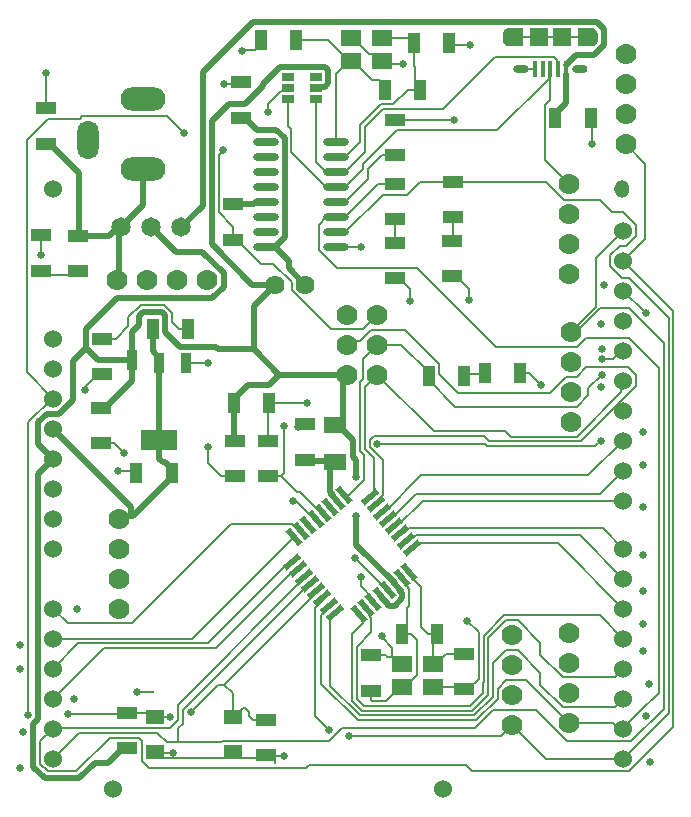
<source format=gtl>
G04*
G04 #@! TF.GenerationSoftware,Altium Limited,Altium Designer,24.2.2 (26)*
G04*
G04 Layer_Physical_Order=1*
G04 Layer_Color=255*
%FSLAX44Y44*%
%MOMM*%
G71*
G04*
G04 #@! TF.SameCoordinates,124A1895-3AD2-4E28-9B74-7A6451F43074*
G04*
G04*
G04 #@! TF.FilePolarity,Positive*
G04*
G01*
G75*
%ADD10C,0.1524*%
%ADD12C,0.5080*%
%ADD23R,1.8034X1.1176*%
%ADD24R,1.5000X1.2000*%
%ADD25R,1.8542X1.3716*%
%ADD26R,3.0988X1.7000*%
%ADD27R,0.8382X1.7000*%
%ADD28R,1.1176X1.8034*%
%ADD29R,1.8000X1.4000*%
G04:AMPARAMS|DCode=30|XSize=0.508mm|YSize=1.65mm|CornerRadius=0mm|HoleSize=0mm|Usage=FLASHONLY|Rotation=40.000|XOffset=0mm|YOffset=0mm|HoleType=Round|Shape=Rectangle|*
%AMROTATEDRECTD30*
4,1,4,0.3357,-0.7953,-0.7249,0.4687,-0.3357,0.7953,0.7249,-0.4687,0.3357,-0.7953,0.0*
%
%ADD30ROTATEDRECTD30*%

G04:AMPARAMS|DCode=31|XSize=0.508mm|YSize=1.65mm|CornerRadius=0mm|HoleSize=0mm|Usage=FLASHONLY|Rotation=310.000|XOffset=0mm|YOffset=0mm|HoleType=Round|Shape=Rectangle|*
%AMROTATEDRECTD31*
4,1,4,-0.7953,-0.3357,0.4687,0.7249,0.7953,0.3357,-0.4687,-0.7249,-0.7953,-0.3357,0.0*
%
%ADD31ROTATEDRECTD31*%

%ADD32O,2.2000X0.6096*%
%ADD33R,1.5000X1.5500*%
%ADD34R,0.4000X1.3500*%
%ADD35R,1.0000X0.7000*%
%ADD59C,1.7780*%
%ADD60O,1.8000X3.3000*%
%ADD61O,3.8000X2.0000*%
%ADD62C,1.6200*%
%ADD63C,1.5240*%
%ADD64O,0.7750X1.5500*%
%ADD65O,1.3000X0.6500*%
%ADD66C,1.6500*%
%ADD67O,1.2700X1.5240*%
%ADD68C,0.6350*%
G36*
X411054Y653752D02*
X410794Y653772D01*
X410534Y653802D01*
X410274Y653852D01*
X410024Y653912D01*
X409774Y653982D01*
X409524Y654072D01*
X409284Y654172D01*
X409044Y654282D01*
X408814Y654412D01*
X408594Y654542D01*
X408384Y654692D01*
X408174Y654852D01*
X407974Y655022D01*
X407784Y655202D01*
X407604Y655392D01*
X407434Y655592D01*
X407274Y655802D01*
X407124Y656012D01*
X406994Y656232D01*
X406864Y656462D01*
X406754Y656702D01*
X406654Y656942D01*
X406564Y657192D01*
X406494Y657442D01*
X406434Y657692D01*
X406384Y657952D01*
X406354Y658212D01*
X406334Y658472D01*
X406324Y658742D01*
Y664242D01*
X406334Y664502D01*
X406354Y664762D01*
X406384Y665022D01*
X406434Y665282D01*
X406494Y665532D01*
X406564Y665792D01*
X406654Y666032D01*
X406754Y666272D01*
X406864Y666512D01*
X406994Y666742D01*
X407134Y666962D01*
X407274Y667182D01*
X407434Y667392D01*
X407604Y667592D01*
X407784Y667782D01*
X407974Y667962D01*
X408174Y668132D01*
X408384Y668292D01*
X408604Y668432D01*
X408824Y668572D01*
X409054Y668702D01*
X409294Y668812D01*
X409534Y668912D01*
X409774Y669002D01*
X410034Y669072D01*
X410284Y669132D01*
X410544Y669182D01*
X410804Y669212D01*
X411064Y669232D01*
X411324Y669242D01*
X423274D01*
Y669292D01*
X423324D01*
Y653742D01*
X411344D01*
Y655742D01*
X411464D01*
X411594Y655752D01*
X411724Y655772D01*
X411854Y655792D01*
X411984Y655822D01*
X412104Y655862D01*
X412224Y655912D01*
X412344Y655962D01*
X412464Y656012D01*
X412584Y656072D01*
X412694Y656142D01*
X412794Y656222D01*
X412904Y656292D01*
X413004Y656382D01*
X413094Y656472D01*
X413184Y656562D01*
X413274Y656662D01*
X413344Y656772D01*
X413424Y656872D01*
X413494Y656982D01*
X413554Y657102D01*
X413604Y657222D01*
X413654Y657342D01*
X413704Y657462D01*
X413744Y657582D01*
X413774Y657712D01*
X413794Y657842D01*
X413814Y657972D01*
X413824Y658102D01*
Y658242D01*
Y658342D01*
Y664642D01*
Y664742D01*
Y664872D01*
X413814Y665002D01*
X413794Y665132D01*
X413774Y665262D01*
X413734Y665392D01*
X413704Y665512D01*
X413654Y665642D01*
X413604Y665762D01*
X413554Y665872D01*
X413494Y665992D01*
X413424Y666102D01*
X413344Y666212D01*
X413264Y666312D01*
X413184Y666412D01*
X413094Y666512D01*
X412994Y666602D01*
X412894Y666682D01*
X412794Y666762D01*
X412684Y666842D01*
X412574Y666912D01*
X412454Y666972D01*
X412344Y667022D01*
X412224Y667072D01*
X412094Y667122D01*
X411974Y667152D01*
X411844Y667192D01*
X411714Y667212D01*
X411584Y667232D01*
X411454Y667242D01*
X411194D01*
X411064Y667232D01*
X410934Y667212D01*
X410804Y667192D01*
X410674Y667152D01*
X410554Y667122D01*
X410424Y667072D01*
X410304Y667022D01*
X410194Y666972D01*
X410074Y666912D01*
X409964Y666842D01*
X409854Y666762D01*
X409754Y666682D01*
X409654Y666602D01*
X409554Y666512D01*
X409464Y666412D01*
X409384Y666312D01*
X409304Y666212D01*
X409224Y666102D01*
X409154Y665992D01*
X409094Y665872D01*
X409044Y665762D01*
X408994Y665642D01*
X408944Y665512D01*
X408914Y665392D01*
X408874Y665262D01*
X408854Y665132D01*
X408834Y665002D01*
X408824Y664872D01*
Y664742D01*
Y658242D01*
Y658102D01*
X408834Y657972D01*
X408854Y657842D01*
X408874Y657712D01*
X408904Y657582D01*
X408944Y657462D01*
X408994Y657342D01*
X409044Y657222D01*
X409094Y657102D01*
X409154Y656982D01*
X409224Y656872D01*
X409304Y656772D01*
X409374Y656662D01*
X409464Y656562D01*
X409554Y656472D01*
X409644Y656382D01*
X409744Y656292D01*
X409854Y656222D01*
X409954Y656142D01*
X410064Y656072D01*
X410184Y656012D01*
X410304Y655962D01*
X410424Y655912D01*
X410544Y655862D01*
X410664Y655822D01*
X410794Y655792D01*
X410924Y655772D01*
X411054Y655752D01*
X411184Y655742D01*
X411304D01*
Y653742D01*
X411054Y653752D01*
D02*
G37*
G36*
X469324Y669242D02*
X481304D01*
Y667242D01*
X481184D01*
X481054Y667232D01*
X480924Y667212D01*
X480794Y667192D01*
X480664Y667162D01*
X480544Y667122D01*
X480424Y667072D01*
X480304Y667022D01*
X480184Y666972D01*
X480064Y666912D01*
X479954Y666842D01*
X479854Y666762D01*
X479744Y666692D01*
X479644Y666602D01*
X479554Y666512D01*
X479464Y666422D01*
X479374Y666322D01*
X479304Y666212D01*
X479224Y666112D01*
X479154Y666002D01*
X479094Y665882D01*
X479044Y665762D01*
X478994Y665642D01*
X478944Y665522D01*
X478904Y665402D01*
X478874Y665272D01*
X478854Y665142D01*
X478834Y665012D01*
X478824Y664882D01*
Y664742D01*
Y664642D01*
Y658342D01*
Y658242D01*
Y658112D01*
X478834Y657982D01*
X478854Y657852D01*
X478874Y657722D01*
X478914Y657592D01*
X478944Y657472D01*
X478994Y657342D01*
X479044Y657222D01*
X479094Y657112D01*
X479154Y656992D01*
X479224Y656882D01*
X479304Y656772D01*
X479384Y656672D01*
X479464Y656572D01*
X479554Y656472D01*
X479654Y656382D01*
X479754Y656302D01*
X479854Y656222D01*
X479964Y656142D01*
X480074Y656072D01*
X480194Y656012D01*
X480304Y655962D01*
X480424Y655912D01*
X480554Y655862D01*
X480674Y655832D01*
X480804Y655792D01*
X480934Y655772D01*
X481064Y655752D01*
X481194Y655742D01*
X481454D01*
X481584Y655752D01*
X481714Y655772D01*
X481844Y655792D01*
X481974Y655832D01*
X482094Y655862D01*
X482224Y655912D01*
X482344Y655962D01*
X482454Y656012D01*
X482574Y656072D01*
X482684Y656142D01*
X482794Y656222D01*
X482894Y656302D01*
X482994Y656382D01*
X483094Y656472D01*
X483184Y656572D01*
X483264Y656672D01*
X483344Y656772D01*
X483424Y656882D01*
X483494Y656992D01*
X483554Y657112D01*
X483604Y657222D01*
X483654Y657342D01*
X483704Y657472D01*
X483734Y657592D01*
X483774Y657722D01*
X483794Y657852D01*
X483814Y657982D01*
X483824Y658112D01*
Y658242D01*
Y664742D01*
Y664882D01*
X483814Y665012D01*
X483794Y665142D01*
X483774Y665272D01*
X483744Y665402D01*
X483704Y665522D01*
X483654Y665642D01*
X483604Y665762D01*
X483554Y665882D01*
X483494Y666002D01*
X483424Y666112D01*
X483344Y666212D01*
X483274Y666322D01*
X483184Y666422D01*
X483094Y666512D01*
X483004Y666602D01*
X482904Y666692D01*
X482794Y666762D01*
X482694Y666842D01*
X482584Y666912D01*
X482464Y666972D01*
X482344Y667022D01*
X482224Y667072D01*
X482104Y667122D01*
X481984Y667162D01*
X481854Y667192D01*
X481724Y667212D01*
X481594Y667232D01*
X481464Y667242D01*
X481344D01*
Y669242D01*
X481594Y669232D01*
X481854Y669212D01*
X482114Y669182D01*
X482374Y669132D01*
X482624Y669072D01*
X482874Y669002D01*
X483124Y668912D01*
X483364Y668812D01*
X483604Y668702D01*
X483834Y668572D01*
X484054Y668442D01*
X484264Y668292D01*
X484474Y668132D01*
X484674Y667962D01*
X484864Y667782D01*
X485044Y667592D01*
X485214Y667392D01*
X485374Y667182D01*
X485524Y666972D01*
X485654Y666752D01*
X485784Y666522D01*
X485894Y666282D01*
X485994Y666042D01*
X486084Y665792D01*
X486154Y665542D01*
X486214Y665292D01*
X486264Y665032D01*
X486294Y664772D01*
X486314Y664512D01*
X486324Y664242D01*
Y658742D01*
X486314Y658482D01*
X486294Y658222D01*
X486264Y657962D01*
X486214Y657702D01*
X486154Y657452D01*
X486084Y657192D01*
X485994Y656952D01*
X485894Y656712D01*
X485784Y656472D01*
X485654Y656242D01*
X485514Y656022D01*
X485374Y655802D01*
X485214Y655592D01*
X485044Y655392D01*
X484864Y655202D01*
X484674Y655022D01*
X484474Y654852D01*
X484264Y654692D01*
X484044Y654552D01*
X483824Y654412D01*
X483594Y654282D01*
X483354Y654172D01*
X483114Y654072D01*
X482874Y653982D01*
X482614Y653912D01*
X482364Y653852D01*
X482104Y653802D01*
X481844Y653772D01*
X481584Y653752D01*
X481324Y653742D01*
X469374D01*
Y653692D01*
X469324D01*
Y669242D01*
D02*
G37*
D10*
X522415Y91153D02*
G03*
X522246Y90983I4501J-4658D01*
G01*
X111790Y55880D02*
X116630Y51040D01*
X111790Y55880D02*
X127000D01*
X111392Y56278D02*
X111790Y55880D01*
X205994Y53340D02*
X220980D01*
X205740Y53594D02*
X205994Y53340D01*
X213360Y47244D02*
Y48768D01*
X194437Y83566D02*
X205740D01*
X190993Y87010D02*
X194437Y83566D01*
X190993Y87010D02*
Y90227D01*
X187548Y93672D02*
X190993Y90227D01*
X186285Y93672D02*
X187548D01*
X178892Y86278D02*
X186285Y93672D01*
X177392Y86278D02*
X178892D01*
X506876Y396240D02*
X508000D01*
X499510Y388874D02*
X506876Y396240D01*
X490220Y388874D02*
X499510D01*
X394763Y319278D02*
X471884D01*
X274320Y401320D02*
X277338Y404338D01*
X459516Y374142D02*
X468600D01*
Y348742D02*
X478487Y358629D01*
Y364457D01*
X299720Y401320D02*
X319913D01*
X299720Y375920D02*
X347599Y328041D01*
X319913Y401320D02*
X343154Y378079D01*
X471884Y319278D02*
X518922Y366316D01*
X285496Y404338D02*
X294670Y413512D01*
X468600Y374142D02*
X476855Y382397D01*
X468600Y323342D02*
X506192Y360934D01*
X296942Y275730D02*
Y305399D01*
X484124Y315214D02*
X488950Y320040D01*
X393079Y315214D02*
X484124D01*
X285144Y311450D02*
Y369502D01*
X299749Y317500D02*
X390793D01*
X343154Y371221D02*
X365633Y348742D01*
X445927Y360553D02*
X459516Y374142D01*
X352044Y376457D02*
X367948Y360553D01*
X445927D01*
X427990Y377190D02*
X438150Y367030D01*
X420624Y377190D02*
X427990D01*
X272620Y509270D02*
X300560Y537210D01*
X314706D01*
X250366Y481240D02*
Y502920D01*
X460532Y65278D02*
X514858D01*
X522415Y91153D02*
X538349Y106549D01*
X508893Y77093D02*
X522246Y90983D01*
X485013Y433197D02*
Y474853D01*
X508000Y497840D01*
X512524Y432562D02*
X542413Y402673D01*
X463550Y411734D02*
X485013Y433197D01*
X542413Y92833D02*
Y402673D01*
X476220Y407162D02*
X512524D01*
X297066Y323977D02*
X390064D01*
X518922Y366316D02*
Y375364D01*
X400332Y399542D02*
X468600D01*
X476220Y407162D01*
X337092Y290443D02*
X478403D01*
X508000Y320040D01*
X306450Y259801D02*
X337092Y290443D01*
X390793Y317500D02*
X393079Y315214D01*
X277338Y404338D02*
X285496D01*
X293272Y320183D02*
X297066Y323977D01*
X293272Y314817D02*
Y320183D01*
Y314817D02*
X304527Y303563D01*
Y274049D02*
Y303563D01*
X298334Y267856D02*
X304527Y274049D01*
X298334Y266027D02*
Y267856D01*
X506192Y360934D02*
Y369032D01*
X347599Y328041D02*
X407949D01*
X343154Y371221D02*
Y378079D01*
X288417Y286877D02*
Y308177D01*
X289208Y313134D02*
Y365408D01*
X407949Y328041D02*
X412649Y323342D01*
X506192Y369032D02*
X508000Y370840D01*
X352044Y376457D02*
Y385035D01*
X323567Y413512D02*
X352044Y385035D01*
X294670Y413512D02*
X323567D01*
X511889Y382397D02*
X518922Y375364D01*
X390064Y323977D02*
X394763Y319278D01*
X476855Y382397D02*
X511889D01*
X289208Y365408D02*
X299720Y375920D01*
X293272Y272059D02*
X296942Y275730D01*
X332469Y274728D02*
X488088D01*
X338433Y269240D02*
X508000D01*
X311511Y253769D02*
X332469Y274728D01*
X303558Y259801D02*
X306450D01*
X285144Y311450D02*
X288417Y308177D01*
X275673Y274133D02*
X288417Y286877D01*
X272022Y274266D02*
X272155Y274133D01*
X275673D01*
X412649Y323342D02*
X468600D01*
X313844Y247543D02*
X316735D01*
X338433Y269240D01*
X488088Y274728D02*
X508000Y294640D01*
X308619Y253769D02*
X311511D01*
X285144Y369502D02*
X287528Y371886D01*
X365633Y348742D02*
X468600D01*
X478487Y364457D02*
X489950Y375920D01*
X287528Y414528D02*
X299720Y426720D01*
X260227Y414528D02*
X287528D01*
X289208Y313134D02*
X296942Y305399D01*
X287528Y389128D02*
X299720Y401320D01*
X287528Y371886D02*
Y389128D01*
X264668Y630348D02*
X275630Y641310D01*
X230886Y659130D02*
X257810D01*
X218186Y289814D02*
X220980Y292608D01*
Y332740D01*
X207010Y598170D02*
Y604575D01*
X221897Y615792D02*
X224595Y618490D01*
X218227Y615792D02*
X221897D01*
X207010Y604575D02*
X218227Y615792D01*
X421324Y634492D02*
X433324D01*
X256716Y509270D02*
X272620D01*
X207010Y319786D02*
Y350774D01*
X208026Y351790D01*
X15240Y477520D02*
Y493776D01*
X248220Y555866D02*
Y608990D01*
X446324Y608347D02*
Y634492D01*
X508000Y76200D02*
Y76200D01*
X25400Y152400D02*
X143267D01*
X181229Y490220D02*
X201628Y469821D01*
X165481Y513236D02*
X177800Y500917D01*
Y490220D02*
Y500917D01*
X4445Y87630D02*
Y335467D01*
X168910Y565555D02*
Y566420D01*
X165481Y562126D02*
X168910Y565555D01*
X138176Y385814D02*
X138442Y386080D01*
X156210D01*
X88869Y424215D02*
X99379Y434726D01*
X88869Y416910D02*
Y424215D01*
X77216Y317754D02*
X85090Y309880D01*
X297792Y647548D02*
X306530Y638810D01*
X307189Y138176D02*
X308277Y137088D01*
X285750Y196698D02*
X296496Y185951D01*
X314572Y137088D02*
X320810Y130850D01*
X279630Y660710D02*
X292792Y647548D01*
X156210Y301371D02*
Y314960D01*
Y301371D02*
X167767Y289814D01*
X179070D01*
X275590Y69850D02*
X404114D01*
X413766Y79502D01*
X168524Y65580D02*
X258890D01*
X135001Y80169D02*
Y92091D01*
X467860Y411734D02*
X488689Y432562D01*
X247302Y178343D02*
X253332Y184373D01*
X247302Y86708D02*
Y178343D01*
Y86708D02*
X259080Y74930D01*
X253332Y184373D02*
Y186488D01*
X131160Y64406D02*
X167350D01*
X131160Y76328D02*
X135001Y80169D01*
X250366Y481240D02*
X265262Y466344D01*
X259948Y112127D02*
X284830Y87245D01*
X381921D01*
X265262Y466344D02*
X333530D01*
X113196Y72644D02*
X121434Y64406D01*
X413766Y79502D02*
X442468Y50800D01*
X258890Y65580D02*
X269637Y76327D01*
X442468Y50800D02*
X508000D01*
X463550Y411734D02*
X467860D01*
X374904Y376428D02*
X389890D01*
X373126Y374650D02*
X374904Y376428D01*
X389890D02*
X390652Y377190D01*
X508000Y447040D02*
X527050Y427990D01*
X514858Y65278D02*
X542413Y92833D01*
X333530Y466344D02*
X400332Y399542D01*
X234615Y276552D02*
X252248Y258919D01*
X218186Y289814D02*
X231448Y276552D01*
X264668Y496570D02*
X272620D01*
X546477Y89277D02*
Y424009D01*
X304370Y528320D02*
X325091D01*
X457992Y524002D02*
X488110D01*
X497078Y467916D02*
Y476964D01*
X239668Y43180D02*
X241700Y45212D01*
X252363Y113964D02*
X283146Y83181D01*
X504288Y76200D02*
X508000D01*
X25400Y50800D02*
X47244Y72644D01*
X98014Y68580D02*
X100590Y66004D01*
X256716Y534670D02*
X272620D01*
X227154Y564232D02*
X256716Y534670D01*
X445126Y633294D02*
X446324Y634492D01*
X445126Y626374D02*
Y633294D01*
X441706Y557530D02*
Y603729D01*
X246022Y253694D02*
X247506D01*
X208026Y351790D02*
X240030D01*
X312572Y137088D02*
Y144657D01*
X294640Y100330D02*
Y108204D01*
X326925Y180236D02*
Y194375D01*
X295533Y99437D02*
X306798D01*
X324770Y196530D02*
X326925Y194375D01*
X324770Y196530D02*
Y199874D01*
X325120Y161036D02*
Y178431D01*
X231448Y276552D02*
X234615D01*
X252248Y258919D02*
X253732D01*
X207010Y289814D02*
X218186D01*
X347210Y130850D02*
Y156210D01*
X318810Y111450D02*
X322810D01*
X275630Y641310D02*
X279630D01*
X116630Y51040D02*
X172154D01*
X182630D02*
X211088D01*
X228600Y269240D02*
X229523Y268317D01*
X411324Y661492D02*
X481324D01*
X272620Y547370D02*
X289535Y564285D01*
X512524Y407162D02*
X538349Y381337D01*
X100590Y48910D02*
Y66004D01*
X488689Y432562D02*
X512524D01*
X434116Y91694D02*
X460532Y65278D01*
X508000Y50800D02*
X546477Y89277D01*
X497078Y476964D02*
X505254Y485140D01*
X507032Y457962D02*
X512524D01*
X272620Y496570D02*
X304370Y528320D01*
X488110Y524002D02*
X498524Y513588D01*
X526542Y490982D02*
Y554482D01*
X442752Y539242D02*
X457992Y524002D01*
X505254Y485140D02*
X510746D01*
X508000Y472440D02*
X526542Y490982D01*
X510286Y570738D02*
X526542Y554482D01*
X497078Y467916D02*
X507032Y457962D01*
X512524D02*
X546477Y424009D01*
X507698Y513588D02*
X518922Y502364D01*
X336013Y539242D02*
X442752D01*
X252363Y113964D02*
Y172241D01*
X461772Y81280D02*
X499208D01*
X250366Y502920D02*
X256716Y509270D01*
X227358Y447397D02*
X260227Y414528D01*
X227358Y447397D02*
Y454247D01*
X248271Y191036D02*
Y192520D01*
X87630Y89662D02*
X108008D01*
X4445Y335467D02*
X24578Y355600D01*
X177800Y490220D02*
X181229D01*
X363474Y489204D02*
Y509270D01*
X327660Y438150D02*
Y447929D01*
X318135Y457454D02*
X327660Y447929D01*
X142240Y90170D02*
X165100Y113030D01*
X135001Y92091D02*
X241656Y198746D01*
X550541Y77895D02*
Y429899D01*
X167350Y64406D02*
X168524Y65580D01*
X397864Y91694D02*
X434116D01*
X172154Y51040D02*
X177392Y56278D01*
X211088Y51040D02*
X213360Y48768D01*
X177392Y86278D02*
Y105902D01*
X170264Y113030D02*
X177392Y105902D01*
X47931Y592328D02*
X50005Y594402D01*
X211784Y469821D02*
X227358Y454247D01*
X177392Y56278D02*
X182630Y51040D01*
X382497Y76327D02*
X397864Y91694D01*
X130937Y83677D02*
Y96247D01*
X100590Y48910D02*
X106320Y43180D01*
X14478Y65278D02*
X25908Y76708D01*
X20876Y39878D02*
X45094D01*
X380381D02*
X512524D01*
X123968Y76708D02*
X130937Y83677D01*
X73796Y68580D02*
X98014D01*
X45094Y39878D02*
X73796Y68580D01*
X237985Y203294D02*
Y204778D01*
X241700Y45212D02*
X375047D01*
X241656Y198746D02*
X243046D01*
X47244Y72644D02*
X113196D01*
X121434Y64406D02*
X131160D01*
Y76328D01*
X269637Y76327D02*
X382497D01*
X25908Y76708D02*
X123968D01*
X375047Y45212D02*
X380381Y39878D01*
X130937Y96247D02*
X237985Y203294D01*
X165100Y113030D02*
X170264D01*
X14478Y46276D02*
X20876Y39878D01*
X68072Y144272D02*
X163136D01*
X156107Y148336D02*
X224807Y217036D01*
X227699D01*
X25400Y127000D02*
X46736Y148336D01*
X25400Y101600D02*
X68072Y144272D01*
X229869Y211005D02*
X232760D01*
X165481Y513236D02*
Y562126D01*
X111474Y86360D02*
X124460D01*
X96212Y107242D02*
X110290D01*
X377190Y439420D02*
Y448437D01*
X508000Y76200D02*
X508893Y77093D01*
X518922Y493316D02*
Y502364D01*
X510746Y485140D02*
X518922Y493316D01*
X498524Y513588D02*
X507698D01*
X499208Y81280D02*
X504288Y76200D01*
X325091Y528320D02*
X336013Y539242D01*
X538349Y106549D02*
Y381337D01*
X86868Y88900D02*
X87630Y89662D01*
X38100Y88900D02*
X86868D01*
X121878Y594402D02*
X135890Y580390D01*
X111392Y86278D02*
X111474Y86360D01*
X108008Y89662D02*
X111392Y86278D01*
X20858Y592328D02*
X47931D01*
X25400Y177800D02*
X37592Y165608D01*
X229214Y238347D02*
X229215D01*
X92268Y165608D02*
X176261Y249601D01*
X508000Y472440D02*
X550541Y429899D01*
X106320Y43180D02*
X239668D01*
X14478Y46276D02*
Y65278D01*
X170264Y113030D02*
X248271Y191036D01*
X110290Y107242D02*
X110998Y107950D01*
X50005Y594402D02*
X121878D01*
X2921Y574392D02*
X20858Y592328D01*
X24578Y355600D02*
X25400D01*
X201628Y469821D02*
X211784D01*
X2921Y378079D02*
Y574392D01*
Y378079D02*
X25400Y355600D01*
X308277Y137088D02*
X312572D01*
X285750Y196698D02*
Y204470D01*
X229523Y268317D02*
X231399D01*
X306530Y638810D02*
X321310D01*
X19050Y601218D02*
Y631190D01*
X93980Y294640D02*
X95758Y292862D01*
X80010Y294640D02*
X93980D01*
X66040Y317754D02*
X77216D01*
X52993Y365794D02*
X63627Y376428D01*
X67056D01*
X361696Y655320D02*
X378460D01*
X360426Y656590D02*
X361696Y655320D01*
X480568Y593344D02*
X481330Y592582D01*
Y571500D02*
Y592582D01*
X314960Y591566D02*
X315214Y591820D01*
X364490D01*
X196088Y650875D02*
X200914Y655701D01*
X186055Y650875D02*
X196088D01*
X200914Y655701D02*
Y659130D01*
X185420Y650240D02*
X186055Y650875D01*
X277630Y660710D02*
X279630D01*
X294640Y138176D02*
X307189D01*
X52993Y364143D02*
Y365794D01*
X170180Y622300D02*
X183134D01*
X314706Y457454D02*
X318135D01*
X385699Y118364D02*
Y157861D01*
X375920Y167640D02*
X385699Y157861D01*
X183134Y622300D02*
X184150Y623316D01*
X376809Y109474D02*
X385699Y118364D01*
X52070Y363220D02*
X52993Y364143D01*
X303530Y153699D02*
X312572Y144657D01*
X264668Y483870D02*
X285750D01*
X308304Y193346D02*
X308754D01*
X280670Y220980D02*
X308304Y193346D01*
X296496Y183060D02*
Y185951D01*
X373380Y109474D02*
X376809D01*
X381921Y87245D02*
X397510Y102835D01*
X393827Y153005D02*
X408716Y167894D01*
X278257Y99565D02*
Y156560D01*
X282321Y101249D02*
Y145132D01*
X389382Y115002D02*
X389763Y115383D01*
X397510Y102835D02*
Y111635D01*
X397891Y131669D02*
X408716Y142494D01*
X290270Y177835D02*
X293940Y174165D01*
X259948Y112127D02*
Y170560D01*
X294789Y157600D02*
Y169798D01*
X393446Y113319D02*
X393827Y113700D01*
X347210Y111450D02*
X371404D01*
X373380Y109474D01*
X292792Y647548D02*
X297792D01*
X231399Y268317D02*
X246022Y253694D01*
X312572Y137088D02*
X314572D01*
X303530Y153699D02*
Y154940D01*
X363220Y458978D02*
X366649D01*
X377190Y448437D01*
X320294Y156210D02*
X325120Y161036D01*
X441706Y557530D02*
X462026Y537210D01*
X272620Y534670D02*
X288083Y550133D01*
X408716Y117094D02*
X425958D01*
X461772Y81280D01*
X288196Y95373D02*
X378554D01*
X278257Y99565D02*
X286513Y91309D01*
X278257Y156560D02*
X287595Y165899D01*
X418816Y142494D02*
X437769Y123541D01*
X397891Y112016D02*
Y131669D01*
X378554Y95373D02*
X389382Y106201D01*
X456722Y119888D02*
X500888D01*
X456722Y94488D02*
X500888D01*
X389763Y115383D02*
Y154688D01*
X383604Y83181D02*
X401574Y101151D01*
X488442Y171958D02*
X508000Y152400D01*
X401574Y101151D02*
Y109952D01*
X437769Y113441D02*
X456722Y94488D01*
X437769Y113441D02*
Y123541D01*
X259948Y170560D02*
X263618Y174230D01*
X408716Y142494D02*
X418816D01*
X393446Y104518D02*
Y113319D01*
X437769Y138841D02*
X456722Y119888D01*
X408716Y167894D02*
X418816D01*
X287595Y165899D02*
Y169417D01*
X437769Y138841D02*
Y148941D01*
X401574Y109952D02*
X408716Y117094D01*
X331318Y238955D02*
X332167Y239803D01*
X347210Y156210D02*
X350266D01*
X342392D02*
X347210D01*
X321013Y203631D02*
X324770Y199874D01*
X325120Y178431D02*
X326925Y180236D01*
X294640Y100330D02*
X295533Y99437D01*
X306798D02*
X318810Y111450D01*
X320294Y156210D02*
X328168D01*
X333112Y151266D01*
Y121752D02*
Y151266D01*
X322810Y111450D02*
X333112Y121752D01*
X327045Y205802D02*
X336554Y196293D01*
X357806Y139446D02*
X373380D01*
X347210Y130850D02*
X349210D01*
X336554Y162048D02*
X342392Y156210D01*
X336554Y162048D02*
Y196293D01*
X349210Y130850D02*
X357806Y139446D01*
X327045Y205802D02*
Y208693D01*
X293940Y170647D02*
X294789Y169798D01*
X282321Y145132D02*
X294789Y157600D01*
X407033Y171958D02*
X488442D01*
X284238Y172774D02*
X287595Y169417D01*
X393827Y113700D02*
Y153005D01*
X389382Y106201D02*
Y115002D01*
X389763Y154688D02*
X407033Y171958D01*
X293940Y170647D02*
Y174165D01*
X418816Y167894D02*
X437769Y148941D01*
X282321Y101249D02*
X288196Y95373D01*
X397510Y111635D02*
X397891Y112016D01*
X286513Y91309D02*
X380237D01*
X500888Y119888D02*
X508000Y127000D01*
X380237Y91309D02*
X393446Y104518D01*
X329191Y229253D02*
X332861Y232923D01*
X500888Y94488D02*
X508000Y101600D01*
X258557Y178434D02*
Y180262D01*
X332861Y232923D02*
X452877D01*
X508000Y177800D01*
X324130Y235284D02*
X327800Y238955D01*
X332167Y239803D02*
X471397D01*
X508000Y203200D01*
X327800Y238955D02*
X331318D01*
X322423Y241511D02*
X326747Y245835D01*
X318905Y241511D02*
X322423D01*
X326747Y245835D02*
X490765D01*
X508000Y228600D01*
X331470Y622046D02*
Y636397D01*
X233419Y243409D02*
X235247D01*
X37592Y165608D02*
X92268D01*
X227226Y249601D02*
X233419Y243409D01*
X176261Y249601D02*
X227226D01*
X143267Y152400D02*
X229214Y238347D01*
X126001Y420375D02*
X131589Y414787D01*
X139463D01*
X119603Y434726D02*
X126001Y428327D01*
X78359Y406400D02*
X88869Y416910D01*
X126001Y420375D02*
Y428327D01*
X99379Y434726D02*
X119603D01*
X67056Y406400D02*
X78359D01*
X46736Y148336D02*
X156107D01*
X163136Y144272D02*
X229869Y211005D01*
X512524Y39878D02*
X550541Y77895D01*
X283146Y83181D02*
X383604D01*
X252363Y172241D02*
X258557Y178434D01*
X314706Y487426D02*
Y507238D01*
X363220Y488950D02*
X363474Y489204D01*
X264668Y521970D02*
X272620D01*
X292147Y541497D02*
Y550084D01*
X272620Y521970D02*
X292147Y541497D01*
Y550084D02*
X303657Y561594D01*
X314960D01*
X288083Y550133D02*
Y553991D01*
X264668Y560070D02*
X272620D01*
X325599Y617220D02*
X336296D01*
X285471Y587099D02*
X303273Y604901D01*
X313280D01*
X304956Y600837D02*
X355471D01*
X285471Y572921D02*
Y587099D01*
X272620Y560070D02*
X285471Y572921D01*
X289535Y585416D02*
X304956Y600837D01*
X331470Y622046D02*
X336296Y617220D01*
X401428Y582676D02*
X445126Y626374D01*
X248220Y555866D02*
X256716Y547370D01*
X272620D01*
X355471Y600837D02*
X399178Y644544D01*
X449692D02*
X451626Y642610D01*
X399178Y644544D02*
X449692D01*
X289535Y564285D02*
Y585416D01*
X451626Y635690D02*
Y642610D01*
Y635690D02*
X452824Y634492D01*
X288083Y553991D02*
X316768Y582676D01*
X401428D01*
X441706Y603729D02*
X446324Y608347D01*
X227154Y564232D02*
Y583962D01*
X257810Y659130D02*
X275630Y641310D01*
X264668Y572770D02*
Y630348D01*
X295465Y625475D02*
X301498D01*
X306324Y620649D01*
Y617220D02*
Y620649D01*
X279630Y641310D02*
X295465Y625475D01*
X326334Y660710D02*
X330454Y656590D01*
X304030Y660710D02*
X326334D01*
X330454Y637413D02*
Y656590D01*
X313280Y604901D02*
X325599Y617220D01*
X330454Y637413D02*
X331470Y636397D01*
X224595Y586521D02*
Y608990D01*
Y586521D02*
X227154Y583962D01*
X18796Y460248D02*
X43434D01*
X15240Y463804D02*
X18796Y460248D01*
X43434D02*
X46482Y463296D01*
D12*
X279302Y306467D02*
X281940Y303829D01*
X266573Y333121D02*
X279302Y320392D01*
X202742Y621822D02*
X217491Y636570D01*
X174387Y605371D02*
X187994D01*
X25400Y330200D02*
X91440Y264160D01*
X115062Y304694D02*
Y390123D01*
X83710Y256430D02*
X91440D01*
X92727D01*
X91440D02*
Y264160D01*
X81280Y254000D02*
X83710Y256430D01*
X92727D02*
X125730Y289433D01*
Y296291D01*
X213516Y483538D02*
Y483538D01*
X115062Y390123D02*
X115062D01*
X79968Y500634D02*
X79968D01*
X133858D02*
X152019Y518795D01*
X483156Y646310D02*
X491404Y654558D01*
X468112Y646310D02*
X483156D01*
X101600Y519176D02*
Y549600D01*
X81280Y498856D02*
X101600Y519176D01*
X60468Y46990D02*
X71501D01*
X281940Y231957D02*
Y256540D01*
X202742Y620119D02*
Y621822D01*
X109491Y395694D02*
X115062Y390123D01*
X109491Y395694D02*
Y414787D01*
X120303Y301718D02*
X125730Y296291D01*
X115062Y304694D02*
X118038Y301718D01*
X91948Y370205D02*
Y388314D01*
X41810Y354049D02*
Y387559D01*
X52959Y398708D01*
X69469Y347726D02*
X91948Y370205D01*
X66040Y347726D02*
X69469D01*
X118038Y301718D02*
X120303D01*
X63353Y388314D02*
X91948D01*
X52959Y398708D02*
X63353Y388314D01*
X91948D02*
Y411727D01*
X165265Y397256D02*
X195326D01*
X163128Y399394D02*
X165265Y397256D01*
X133067Y399394D02*
X163128D01*
X120159Y412301D02*
X133067Y399394D01*
X120159Y412301D02*
Y425908D01*
X117183Y428884D02*
X120159Y425908D01*
X101799Y428884D02*
X117183D01*
X98207Y425291D02*
X101799Y428884D01*
X98207Y417986D02*
Y425291D01*
X91948Y411727D02*
X98207Y417986D01*
X52959Y414092D02*
X79434Y440568D01*
X238760Y303784D02*
X239713Y302831D01*
X263207D01*
X264160Y301879D01*
X216662Y375920D02*
X274320D01*
X281940Y289560D02*
Y303829D01*
X178054Y355219D02*
X189928Y367094D01*
X71501Y46990D02*
X84201Y59690D01*
X178054Y320802D02*
Y355219D01*
Y320802D02*
X179070Y319786D01*
X18456Y34036D02*
X47514D01*
X281940Y231957D02*
X314786Y199111D01*
X159639Y486592D02*
X194111Y452120D01*
X314786Y198407D02*
X318457Y194737D01*
X217491Y636570D02*
X255324D01*
X159639Y486592D02*
Y590622D01*
X205232Y483870D02*
X213184D01*
X221312Y491998D01*
Y576137D01*
X214337Y583112D02*
X221312Y576137D01*
X184150Y593344D02*
X187579D01*
X197811Y583112D01*
X214337D01*
X195227Y520192D02*
X197005Y521970D01*
X205232D01*
X177800Y520192D02*
X195227D01*
X318457Y193734D02*
Y194737D01*
X207836Y367094D02*
X216662Y375920D01*
X314786Y198407D02*
Y199111D01*
X187994Y605371D02*
X202742Y620119D01*
X189928Y367094D02*
X207836D01*
X302528Y187792D02*
X310007Y180313D01*
X314842D01*
X321083Y186554D02*
Y191107D01*
X314842Y180313D02*
X321083Y186554D01*
X302528Y187792D02*
Y188121D01*
X270891Y337439D02*
Y369054D01*
X266573Y333121D02*
X270891Y337439D01*
X274320Y372483D02*
Y375920D01*
X270891Y369054D02*
X274320Y372483D01*
X259693Y276505D02*
Y297561D01*
X264011Y301879D01*
X264160D01*
X259693Y276505D02*
X262320Y273878D01*
Y272875D02*
Y273878D01*
Y272875D02*
X265990Y269205D01*
X8636Y80147D02*
X12700Y84211D01*
X279302Y306467D02*
Y320392D01*
X108458Y500634D02*
X129009Y480083D01*
X318457Y193734D02*
X321083Y191107D01*
X159639Y590622D02*
X174387Y605371D01*
X249140Y619410D02*
X255324D01*
Y636570D02*
X258300Y633594D01*
X12700Y292100D02*
X25400Y304800D01*
X8636Y43856D02*
X18456Y34036D01*
X84201Y59690D02*
X87630D01*
X30661Y342900D02*
X41810Y354049D01*
X255324Y619410D02*
X258300Y622386D01*
X151306Y480083D02*
X169672Y461717D01*
X79434Y440568D02*
X160096D01*
X194111Y452120D02*
X213360D01*
X20140Y342900D02*
X30661D01*
X12700Y84211D02*
Y292100D01*
X160096Y440568D02*
X169672Y450143D01*
X152019Y632024D02*
X194367Y674372D01*
X8636Y43856D02*
Y80147D01*
X195326Y397256D02*
X216662Y375920D01*
X248220Y618490D02*
X249140Y619410D01*
X258300Y622386D02*
Y633594D01*
X52959Y398708D02*
Y414092D01*
X213516Y483538D02*
X225074Y471980D01*
X213360Y451984D02*
Y452120D01*
X12700Y335460D02*
X20140Y342900D01*
X129009Y480083D02*
X151306D01*
X152019Y518795D02*
Y632024D01*
X491404Y654558D02*
Y668426D01*
X485458Y674372D02*
X491404Y668426D01*
X194367Y674372D02*
X485458D01*
X459324Y605501D02*
Y630282D01*
X195326Y397256D02*
Y433950D01*
X12700Y317500D02*
Y335460D01*
X47514Y34036D02*
X60468Y46990D01*
X12700Y317500D02*
X25400Y304800D01*
X81280Y457708D02*
Y498856D01*
X79502Y455930D02*
X81280Y457708D01*
X459864Y638062D02*
X468112Y646310D01*
X450596Y596773D02*
X459324Y605501D01*
X450596Y593344D02*
Y596773D01*
X195326Y433950D02*
X213360Y451984D01*
X225074Y465806D02*
X238760Y452120D01*
X225074Y465806D02*
Y471980D01*
X169672Y450143D02*
Y461717D01*
X46990Y493776D02*
Y546735D01*
X22479Y571246D02*
X46990Y546735D01*
X19050Y571246D02*
X22479D01*
X46482Y493268D02*
X46990Y493776D01*
X46482Y493268D02*
X72602D01*
X79968Y500634D01*
D23*
X205740Y53594D02*
D03*
Y83566D02*
D03*
X373380Y109474D02*
D03*
Y139446D02*
D03*
X238760Y303784D02*
D03*
Y333756D02*
D03*
X66040Y347726D02*
D03*
Y317754D02*
D03*
X15240Y493776D02*
D03*
Y463804D02*
D03*
X87630Y89662D02*
D03*
Y59690D02*
D03*
X294640Y138176D02*
D03*
Y108204D02*
D03*
X179070Y319786D02*
D03*
Y289814D02*
D03*
X207010D02*
D03*
Y319786D02*
D03*
X314706Y487426D02*
D03*
Y457454D02*
D03*
X363220Y488950D02*
D03*
Y458978D02*
D03*
X314706Y537210D02*
D03*
Y507238D02*
D03*
X363474Y539242D02*
D03*
Y509270D02*
D03*
X67056Y376428D02*
D03*
Y406400D02*
D03*
X177800Y520192D02*
D03*
Y490220D02*
D03*
X314960Y591566D02*
D03*
Y561594D02*
D03*
X184150Y623316D02*
D03*
Y593344D02*
D03*
X46482Y463296D02*
D03*
Y493268D02*
D03*
X19050Y601218D02*
D03*
Y571246D02*
D03*
D24*
X177392Y56278D02*
D03*
X111392Y86278D02*
D03*
Y56278D02*
D03*
X177392Y86278D02*
D03*
D25*
X264160Y301879D02*
D03*
Y333121D02*
D03*
D26*
X115062Y320814D02*
D03*
D27*
X138176Y385814D02*
D03*
X115062D02*
D03*
X91948Y388314D02*
D03*
D28*
X208026Y351790D02*
D03*
X178054D02*
D03*
X420624Y377190D02*
D03*
X390652D02*
D03*
X373126Y374650D02*
D03*
X343154D02*
D03*
X480568Y593344D02*
D03*
X450596D02*
D03*
X95758Y292862D02*
D03*
X125730D02*
D03*
X320294Y156210D02*
D03*
X350266D02*
D03*
X336296Y617220D02*
D03*
X306324D02*
D03*
X360426Y656590D02*
D03*
X330454D02*
D03*
X230886Y659130D02*
D03*
X200914D02*
D03*
X139463Y414787D02*
D03*
X109491D02*
D03*
D29*
X320810Y130850D02*
D03*
X347210Y111450D02*
D03*
X320810D02*
D03*
X347210Y130850D02*
D03*
X304030Y641310D02*
D03*
X277630Y660710D02*
D03*
X304030D02*
D03*
X277630Y641310D02*
D03*
D30*
X229215Y238347D02*
D03*
X235247Y243409D02*
D03*
X241474Y248633D02*
D03*
X247506Y253694D02*
D03*
X253732Y258919D02*
D03*
X259764Y263980D02*
D03*
X265990Y269205D02*
D03*
X272022Y274266D02*
D03*
X327045Y208693D02*
D03*
X321013Y203631D02*
D03*
X314786Y198407D02*
D03*
X308754Y193346D02*
D03*
X302528Y188121D02*
D03*
X296496Y183060D02*
D03*
X290270Y177835D02*
D03*
X284238Y172774D02*
D03*
D31*
X263618Y174230D02*
D03*
X258557Y180262D02*
D03*
X253332Y186488D02*
D03*
X248271Y192520D02*
D03*
X243046Y198746D02*
D03*
X237985Y204778D02*
D03*
X232760Y211005D02*
D03*
X227699Y217036D02*
D03*
X293272Y272059D02*
D03*
X298334Y266027D02*
D03*
X303558Y259801D02*
D03*
X308619Y253769D02*
D03*
X313844Y247543D02*
D03*
X318905Y241511D02*
D03*
X324130Y235284D02*
D03*
X329191Y229253D02*
D03*
D32*
X264668Y483870D02*
D03*
Y496570D02*
D03*
Y509270D02*
D03*
Y521970D02*
D03*
Y534670D02*
D03*
Y547370D02*
D03*
Y560070D02*
D03*
Y572770D02*
D03*
X205232D02*
D03*
Y560070D02*
D03*
Y547370D02*
D03*
Y534670D02*
D03*
Y521970D02*
D03*
Y509270D02*
D03*
Y496570D02*
D03*
Y483870D02*
D03*
D33*
X436324Y661492D02*
D03*
X456324D02*
D03*
D34*
X433324Y634492D02*
D03*
X439824D02*
D03*
X446324D02*
D03*
X452824D02*
D03*
X459324D02*
D03*
D35*
X224595Y627990D02*
D03*
Y618490D02*
D03*
Y608990D02*
D03*
X248220D02*
D03*
Y618490D02*
D03*
Y627990D02*
D03*
D59*
X510286Y621538D02*
D03*
Y646938D02*
D03*
Y570738D02*
D03*
Y596138D02*
D03*
X299720Y375920D02*
D03*
X274320D02*
D03*
X299720Y401320D02*
D03*
X274320D02*
D03*
X299720Y426720D02*
D03*
X274320D02*
D03*
X104902Y455930D02*
D03*
X79502D02*
D03*
X155702D02*
D03*
X130302D02*
D03*
X463550Y386334D02*
D03*
Y411734D02*
D03*
Y335534D02*
D03*
Y360934D02*
D03*
X81280Y228600D02*
D03*
Y254000D02*
D03*
Y177800D02*
D03*
Y203200D02*
D03*
X461772Y106680D02*
D03*
Y81280D02*
D03*
Y157480D02*
D03*
Y132080D02*
D03*
X413766Y104902D02*
D03*
Y79502D02*
D03*
Y155702D02*
D03*
Y130302D02*
D03*
X462026Y511810D02*
D03*
Y537210D02*
D03*
Y461010D02*
D03*
Y486410D02*
D03*
D60*
X55100Y574600D02*
D03*
D61*
X101600Y609600D02*
D03*
Y549600D02*
D03*
D62*
X213360Y452120D02*
D03*
X238760D02*
D03*
D63*
X508000Y269240D02*
D03*
Y294640D02*
D03*
Y320040D02*
D03*
Y345440D02*
D03*
Y370840D02*
D03*
Y396240D02*
D03*
Y421640D02*
D03*
Y447040D02*
D03*
Y472440D02*
D03*
Y497840D02*
D03*
X25400Y533400D02*
D03*
X355600Y25400D02*
D03*
X76200D02*
D03*
X508000Y228600D02*
D03*
Y203200D02*
D03*
Y177800D02*
D03*
Y152400D02*
D03*
Y127000D02*
D03*
Y101600D02*
D03*
Y76200D02*
D03*
Y50800D02*
D03*
X25400Y228600D02*
D03*
Y254000D02*
D03*
Y279400D02*
D03*
Y304800D02*
D03*
Y330200D02*
D03*
Y355600D02*
D03*
Y381000D02*
D03*
Y406400D02*
D03*
Y50800D02*
D03*
Y76200D02*
D03*
Y101600D02*
D03*
Y127000D02*
D03*
Y152400D02*
D03*
Y177800D02*
D03*
D64*
X411324Y661492D02*
D03*
X481324D02*
D03*
D65*
X421324Y634492D02*
D03*
X471324D02*
D03*
D66*
X83058Y500634D02*
D03*
X108458D02*
D03*
X133858D02*
D03*
D67*
X506730Y533400D02*
D03*
D68*
X220980Y53340D02*
D03*
X127000Y55880D02*
D03*
X490220Y388874D02*
D03*
X489910Y397759D02*
D03*
X489950Y375920D02*
D03*
X438150Y367030D02*
D03*
X526915Y86495D02*
D03*
X488950Y365760D02*
D03*
Y419100D02*
D03*
X491490Y452120D02*
D03*
X524510Y327660D02*
D03*
Y299720D02*
D03*
Y264160D02*
D03*
Y223520D02*
D03*
Y193040D02*
D03*
Y165100D02*
D03*
Y142240D02*
D03*
X529590Y114300D02*
D03*
X530860Y48260D02*
D03*
X-2540Y43180D02*
D03*
X0Y73660D02*
D03*
X43180Y101600D02*
D03*
X-2540Y127000D02*
D03*
X45720Y177800D02*
D03*
X-2540Y147320D02*
D03*
X281940Y289560D02*
D03*
X299749Y317500D02*
D03*
X488950Y320040D02*
D03*
X220980Y332740D02*
D03*
X232596Y331397D02*
D03*
X15240Y477520D02*
D03*
X135890Y580390D02*
D03*
X168910Y566420D02*
D03*
X85090Y309880D02*
D03*
X275590Y69850D02*
D03*
X259080Y74930D02*
D03*
X527050Y427990D02*
D03*
X281940Y256540D02*
D03*
X240030Y351790D02*
D03*
X327660Y438150D02*
D03*
X142240Y90170D02*
D03*
X124460Y86360D02*
D03*
X96212Y107242D02*
D03*
X377190Y439420D02*
D03*
X38100Y88900D02*
D03*
X4445Y87630D02*
D03*
X207010Y598170D02*
D03*
X321310Y638810D02*
D03*
X80010Y294640D02*
D03*
X303530Y154940D02*
D03*
X156210Y386080D02*
D03*
X52070Y363220D02*
D03*
X375920Y167640D02*
D03*
X280670Y220980D02*
D03*
X285750Y204470D02*
D03*
X228600Y269240D02*
D03*
X156210Y314960D02*
D03*
X285750Y483870D02*
D03*
X481330Y571500D02*
D03*
X378460Y655320D02*
D03*
X364490Y591820D02*
D03*
X185420Y650240D02*
D03*
X170180Y622300D02*
D03*
X19050Y631190D02*
D03*
M02*

</source>
